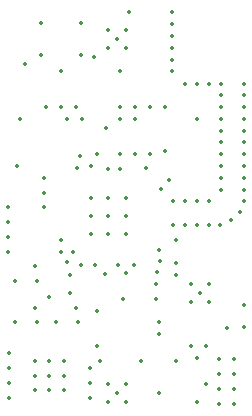
<source format=gbr>
%TF.GenerationSoftware,Altium Limited,Altium Designer,22.11.1 (43)*%
G04 Layer_Color=0*
%FSLAX45Y45*%
%MOMM*%
%TF.SameCoordinates,68354FB4-E10A-4FE8-B7D5-3B9F33A940C7*%
%TF.FilePolarity,Positive*%
%TF.FileFunction,Plated,1,6,PTH,Drill*%
%TF.Part,Single*%
G01*
G75*
%TA.AperFunction,ViaDrill,NotFilled*%
%ADD79C,0.35000*%
D79*
X1861500Y490500D02*
D03*
X925000Y3125000D02*
D03*
Y3275000D02*
D03*
X1075000Y275000D02*
D03*
Y125000D02*
D03*
X925000Y275000D02*
D03*
X1000000Y200000D02*
D03*
X925000Y125000D02*
D03*
X1000000Y3200000D02*
D03*
X1075000Y3125000D02*
D03*
Y3275000D02*
D03*
X925000Y2100000D02*
D03*
X1750000Y275000D02*
D03*
X1675000Y500000D02*
D03*
X2070000Y950000D02*
D03*
X1500000Y1300000D02*
D03*
Y1500000D02*
D03*
X1025000Y2625000D02*
D03*
X650000D02*
D03*
X800000Y3050000D02*
D03*
X1465000Y2925000D02*
D03*
Y3025000D02*
D03*
Y3125000D02*
D03*
Y3225000D02*
D03*
Y3425000D02*
D03*
X1025000Y2925000D02*
D03*
X900000Y2450000D02*
D03*
X825000Y2225000D02*
D03*
X687690Y2206090D02*
D03*
X1150000Y2625000D02*
D03*
X1050455Y999545D02*
D03*
X1071426Y1216814D02*
D03*
X1325000Y1125000D02*
D03*
Y1000000D02*
D03*
X1500000Y1200000D02*
D03*
X2070000Y760000D02*
D03*
X1025000Y2100000D02*
D03*
X85000Y540500D02*
D03*
Y413500D02*
D03*
X1575000Y2815000D02*
D03*
X1435393Y2007548D02*
D03*
X1368100Y1933578D02*
D03*
X375000Y1775000D02*
D03*
X525000Y1500000D02*
D03*
X524243Y1398917D02*
D03*
X417626Y1017626D02*
D03*
X1239294Y2109293D02*
D03*
X1348604Y1417785D02*
D03*
X1365400Y1319206D02*
D03*
X1332700Y1224703D02*
D03*
X765000Y413500D02*
D03*
Y286500D02*
D03*
Y159500D02*
D03*
X85000D02*
D03*
Y286500D02*
D03*
X895653Y1214053D02*
D03*
X1002700Y1289455D02*
D03*
X1140000Y1289600D02*
D03*
X807300Y1290000D02*
D03*
X691688Y1287700D02*
D03*
X570000Y1310000D02*
D03*
X625000Y1400000D02*
D03*
X1465000Y3325000D02*
D03*
X1675000Y2815000D02*
D03*
X1775000D02*
D03*
X1025000Y2225000D02*
D03*
X1988500Y363500D02*
D03*
X550000Y475000D02*
D03*
X300000D02*
D03*
Y225000D02*
D03*
X550000D02*
D03*
X425000D02*
D03*
Y475000D02*
D03*
X300000Y350000D02*
D03*
X550000D02*
D03*
X425000D02*
D03*
X1988500Y109500D02*
D03*
X1861500D02*
D03*
Y236500D02*
D03*
X1988500D02*
D03*
X1861500Y363500D02*
D03*
X1988500Y490500D02*
D03*
X1925000Y750000D02*
D03*
X1500000Y475000D02*
D03*
X150000Y2125000D02*
D03*
X375000Y2025000D02*
D03*
X130000Y1150000D02*
D03*
Y800000D02*
D03*
X480000D02*
D03*
X650000Y925000D02*
D03*
X300000D02*
D03*
Y1275000D02*
D03*
X75000Y1400000D02*
D03*
Y1525000D02*
D03*
X1350000Y200000D02*
D03*
X525000Y2925000D02*
D03*
X660000Y2110000D02*
D03*
X778557Y2127342D02*
D03*
X692500Y3332500D02*
D03*
X217500Y2992500D02*
D03*
X1100000Y3427144D02*
D03*
X1025000Y2525000D02*
D03*
X1150000Y2225000D02*
D03*
Y2525000D02*
D03*
X700000D02*
D03*
X1400000Y2625000D02*
D03*
X1275000Y2625000D02*
D03*
X400000D02*
D03*
X525000D02*
D03*
X1075000Y1550000D02*
D03*
X925000D02*
D03*
X775000D02*
D03*
Y1700000D02*
D03*
Y1850000D02*
D03*
X925000D02*
D03*
X1075000D02*
D03*
Y1700000D02*
D03*
X925000D02*
D03*
X670000Y800000D02*
D03*
X320000D02*
D03*
Y1150000D02*
D03*
X1350000Y700000D02*
D03*
Y800000D02*
D03*
X1275000Y2225000D02*
D03*
X600000Y1200000D02*
D03*
X825000Y600000D02*
D03*
X692500Y3067500D02*
D03*
X357500Y3332500D02*
D03*
Y3067500D02*
D03*
X375000Y1900000D02*
D03*
X75000Y1775000D02*
D03*
X600000Y1050000D02*
D03*
X1675000Y125000D02*
D03*
X825000Y900000D02*
D03*
X850000Y475000D02*
D03*
X1200000D02*
D03*
X1750000Y600000D02*
D03*
X1625000D02*
D03*
X1407500Y2250000D02*
D03*
X1675000Y2525000D02*
D03*
X575000D02*
D03*
X75000Y1650000D02*
D03*
X175000Y2525000D02*
D03*
X1475000Y1825000D02*
D03*
X1869395Y1628950D02*
D03*
X1962979Y1664193D02*
D03*
X2035361Y1733192D02*
D03*
X2075000Y1825000D02*
D03*
X2075000Y2725000D02*
D03*
X2075000Y2815000D02*
D03*
X1875000D02*
D03*
Y2725000D02*
D03*
X2075000Y2325000D02*
D03*
Y2425000D02*
D03*
Y2625000D02*
D03*
Y2525000D02*
D03*
X1875000D02*
D03*
Y2625000D02*
D03*
Y2425000D02*
D03*
Y2325000D02*
D03*
X2075000Y1925000D02*
D03*
Y2025000D02*
D03*
Y2225000D02*
D03*
Y2125000D02*
D03*
X1875000D02*
D03*
Y2225000D02*
D03*
Y2025000D02*
D03*
Y1925000D02*
D03*
X1575000Y1825000D02*
D03*
X1775000D02*
D03*
X1675000D02*
D03*
Y1625000D02*
D03*
X1775000D02*
D03*
X1575000D02*
D03*
X1475000D02*
D03*
X1625000Y975000D02*
D03*
X1700000Y1050000D02*
D03*
X1625000Y1125000D02*
D03*
X1775000D02*
D03*
Y975000D02*
D03*
%TF.MD5,f4183e72113473ca07bf1b6c338431a6*%
M02*

</source>
